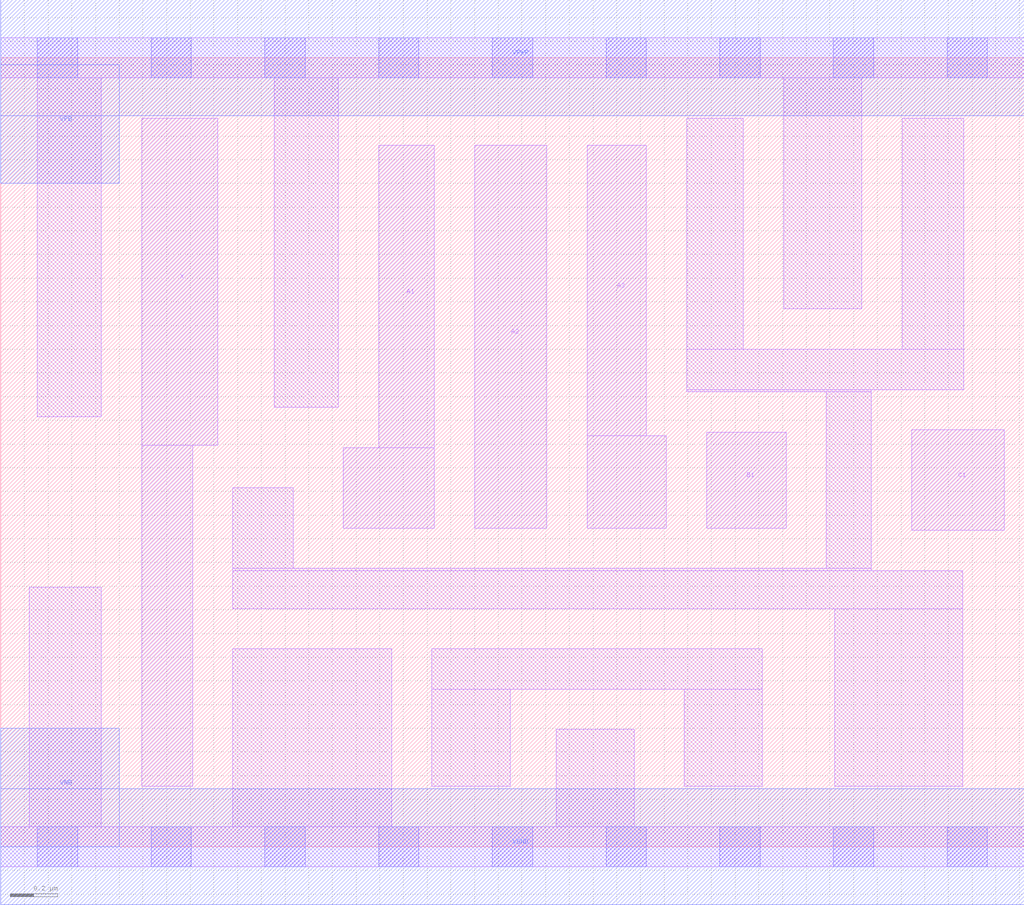
<source format=lef>
# Copyright 2020 The SkyWater PDK Authors
#
# Licensed under the Apache License, Version 2.0 (the "License");
# you may not use this file except in compliance with the License.
# You may obtain a copy of the License at
#
#     https://www.apache.org/licenses/LICENSE-2.0
#
# Unless required by applicable law or agreed to in writing, software
# distributed under the License is distributed on an "AS IS" BASIS,
# WITHOUT WARRANTIES OR CONDITIONS OF ANY KIND, either express or implied.
# See the License for the specific language governing permissions and
# limitations under the License.
#
# SPDX-License-Identifier: Apache-2.0

VERSION 5.5 ;
NAMESCASESENSITIVE ON ;
BUSBITCHARS "[]" ;
DIVIDERCHAR "/" ;
MACRO sky130_fd_sc_lp__o311a_2
  CLASS CORE ;
  SOURCE USER ;
  ORIGIN  0.000000  0.000000 ;
  SIZE  4.320000 BY  3.330000 ;
  SYMMETRY X Y R90 ;
  SITE unit ;
  PIN A1
    ANTENNAGATEAREA  0.315000 ;
    DIRECTION INPUT ;
    USE SIGNAL ;
    PORT
      LAYER li1 ;
        RECT 1.445000 1.345000 1.830000 1.685000 ;
        RECT 1.595000 1.685000 1.830000 2.960000 ;
    END
  END A1
  PIN A2
    ANTENNAGATEAREA  0.315000 ;
    DIRECTION INPUT ;
    USE SIGNAL ;
    PORT
      LAYER li1 ;
        RECT 2.000000 1.345000 2.305000 2.960000 ;
    END
  END A2
  PIN A3
    ANTENNAGATEAREA  0.315000 ;
    DIRECTION INPUT ;
    USE SIGNAL ;
    PORT
      LAYER li1 ;
        RECT 2.475000 1.345000 2.810000 1.735000 ;
        RECT 2.475000 1.735000 2.725000 2.960000 ;
    END
  END A3
  PIN B1
    ANTENNAGATEAREA  0.315000 ;
    DIRECTION INPUT ;
    USE SIGNAL ;
    PORT
      LAYER li1 ;
        RECT 2.980000 1.345000 3.315000 1.750000 ;
    END
  END B1
  PIN C1
    ANTENNAGATEAREA  0.315000 ;
    DIRECTION INPUT ;
    USE SIGNAL ;
    PORT
      LAYER li1 ;
        RECT 3.845000 1.335000 4.235000 1.760000 ;
    END
  END C1
  PIN X
    ANTENNADIFFAREA  0.588000 ;
    DIRECTION OUTPUT ;
    USE SIGNAL ;
    PORT
      LAYER li1 ;
        RECT 0.595000 0.255000 0.810000 1.695000 ;
        RECT 0.595000 1.695000 0.915000 3.075000 ;
    END
  END X
  PIN VGND
    DIRECTION INOUT ;
    USE GROUND ;
    PORT
      LAYER met1 ;
        RECT 0.000000 -0.245000 4.320000 0.245000 ;
    END
  END VGND
  PIN VNB
    DIRECTION INOUT ;
    USE GROUND ;
    PORT
      LAYER met1 ;
        RECT 0.000000 0.000000 0.500000 0.500000 ;
    END
  END VNB
  PIN VPB
    DIRECTION INOUT ;
    USE POWER ;
    PORT
      LAYER met1 ;
        RECT 0.000000 2.800000 0.500000 3.300000 ;
    END
  END VPB
  PIN VPWR
    DIRECTION INOUT ;
    USE POWER ;
    PORT
      LAYER met1 ;
        RECT 0.000000 3.085000 4.320000 3.575000 ;
    END
  END VPWR
  OBS
    LAYER li1 ;
      RECT 0.000000 -0.085000 4.320000 0.085000 ;
      RECT 0.000000  3.245000 4.320000 3.415000 ;
      RECT 0.120000  0.085000 0.425000 1.095000 ;
      RECT 0.155000  1.815000 0.425000 3.245000 ;
      RECT 0.980000  0.085000 1.650000 0.835000 ;
      RECT 0.980000  1.005000 4.060000 1.165000 ;
      RECT 0.980000  1.165000 3.675000 1.175000 ;
      RECT 0.980000  1.175000 1.235000 1.515000 ;
      RECT 1.155000  1.855000 1.425000 3.245000 ;
      RECT 1.820000  0.255000 2.150000 0.665000 ;
      RECT 1.820000  0.665000 3.215000 0.835000 ;
      RECT 2.345000  0.085000 2.675000 0.495000 ;
      RECT 2.885000  0.255000 3.215000 0.665000 ;
      RECT 2.895000  1.920000 3.675000 1.930000 ;
      RECT 2.895000  1.930000 4.065000 2.100000 ;
      RECT 2.895000  2.100000 3.135000 3.075000 ;
      RECT 3.305000  2.270000 3.635000 3.245000 ;
      RECT 3.485000  1.175000 3.675000 1.920000 ;
      RECT 3.520000  0.255000 4.060000 1.005000 ;
      RECT 3.805000  2.100000 4.065000 3.075000 ;
    LAYER mcon ;
      RECT 0.155000 -0.085000 0.325000 0.085000 ;
      RECT 0.155000  3.245000 0.325000 3.415000 ;
      RECT 0.635000 -0.085000 0.805000 0.085000 ;
      RECT 0.635000  3.245000 0.805000 3.415000 ;
      RECT 1.115000 -0.085000 1.285000 0.085000 ;
      RECT 1.115000  3.245000 1.285000 3.415000 ;
      RECT 1.595000 -0.085000 1.765000 0.085000 ;
      RECT 1.595000  3.245000 1.765000 3.415000 ;
      RECT 2.075000 -0.085000 2.245000 0.085000 ;
      RECT 2.075000  3.245000 2.245000 3.415000 ;
      RECT 2.555000 -0.085000 2.725000 0.085000 ;
      RECT 2.555000  3.245000 2.725000 3.415000 ;
      RECT 3.035000 -0.085000 3.205000 0.085000 ;
      RECT 3.035000  3.245000 3.205000 3.415000 ;
      RECT 3.515000 -0.085000 3.685000 0.085000 ;
      RECT 3.515000  3.245000 3.685000 3.415000 ;
      RECT 3.995000 -0.085000 4.165000 0.085000 ;
      RECT 3.995000  3.245000 4.165000 3.415000 ;
  END
END sky130_fd_sc_lp__o311a_2
END LIBRARY

</source>
